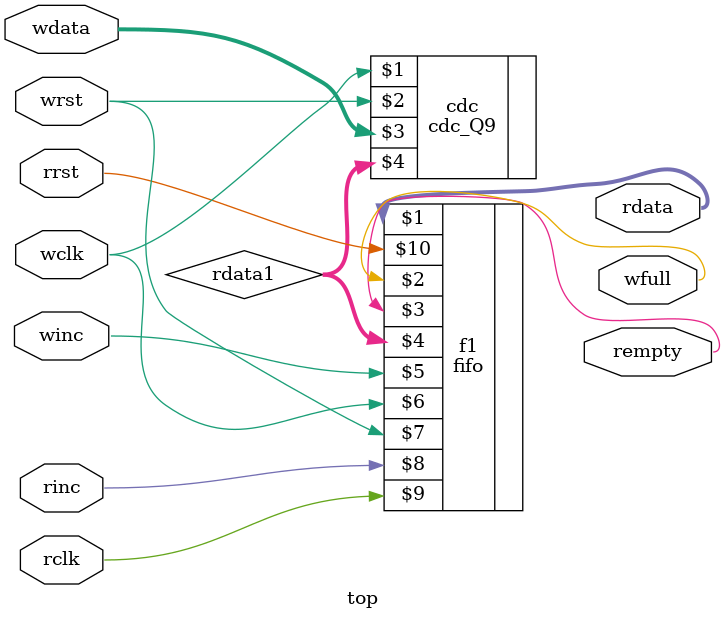
<source format=v>
module top #(parameter DSIZE = 8,
 parameter ASIZE = 4)
(input wclk,rclk,wrst,rrst,rinc,winc,output [7:0]rdata,output wfull,rempty, input [7:0] wdata);

wire [7:0] rdata1;

fifo #(DSIZE, ASIZE)  f1(rdata,wfull,rempty,rdata1,winc,wclk,wrst,rinc,rclk,rrst);

cdc_Q9 cdc(wclk,wrst,wdata,rdata1);

endmodule

</source>
